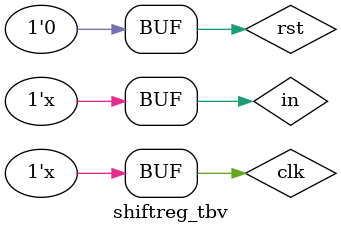
<source format=v>
`timescale 1ns / 1ps

module shiftreg_tbv;
reg clk, in, rst;
wire [3:0] out;

shiftreg u_shiftreg (
.clk(clk), .in(in), .rst(rst),
.out(out) );

initial begin
    clk = 1'b0;
    rst = 1'b0;
    in= 1'b1;
end
always clk = #10 ~clk;
always in = #50 ~in;
initial rst <= #400 ~rst;

endmodule

</source>
